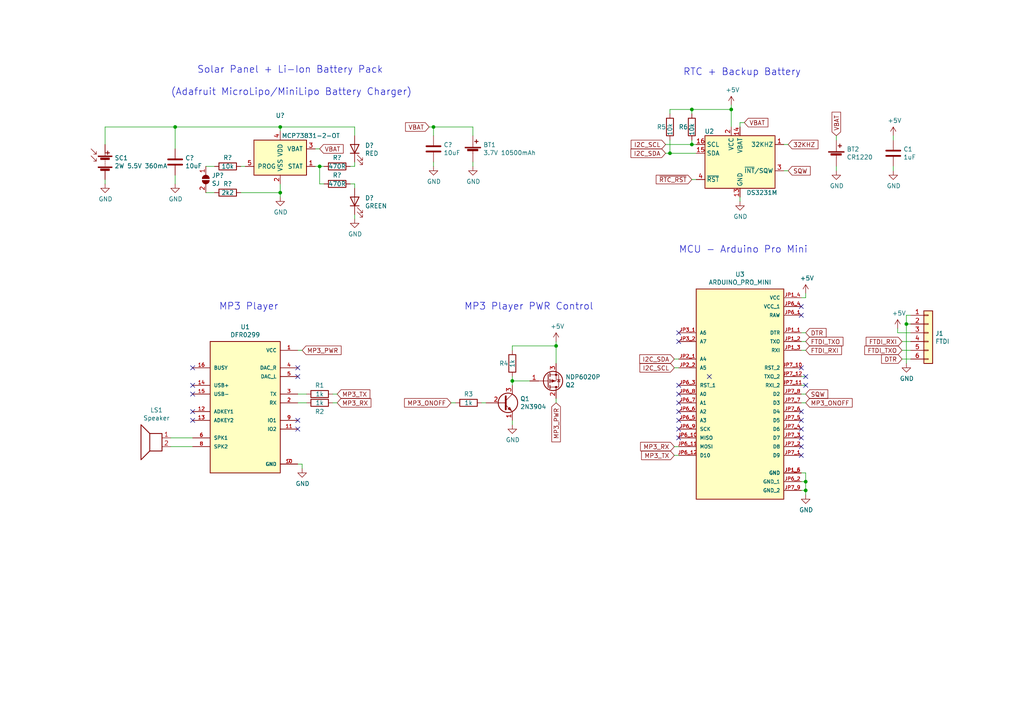
<source format=kicad_sch>
(kicad_sch (version 20211123) (generator eeschema)
  (paper "A4")
  (title_block (title "Swift Caller") (date "2021-02-21") (rev "0.01") (company "RSPB") (comment 1 "Designer: Will Frank"))
  (lib_symbols
    (symbol "ARDUINO_PRO_MINI:ARDUINO_PRO_MINI" (pin_names (offset 1.016))
      (property "Reference" "U" (at -12.7 31.75 0))
      (property "Value" "ARDUINO_PRO_MINI" (at -12.7 -33.02 0))
      (symbol "ARDUINO_PRO_MINI_0_0"
        (rectangle (start -12.7 -30.48) (end 12.7 30.48) (stroke (width 0.254)) (fill (type background)))
        (pin input line (at 17.78 17.78 180) (length 5.08) (name "DTR") (number "JP1_1"))
        (pin bidirectional line (at 17.78 15.24 180) (length 5.08) (name "TXO") (number "JP1_2"))
        (pin bidirectional line (at 17.78 12.7 180) (length 5.08) (name "RXI") (number "JP1_3"))
        (pin power_in line (at 17.78 27.94 180) (length 5.08) (name "VCC") (number "JP1_4"))
        (pin power_in line (at 17.78 -22.86 180) (length 5.08) (name "GND") (number "JP1_5"))
        (pin power_in line (at 17.78 -22.86 180) (length 5.08) (name "GND") (number "JP1_6"))
        (pin bidirectional line (at -17.78 10.16 0) (length 5.08) (name "A4") (number "JP2_1"))
        (pin bidirectional line (at -17.78 7.62 0) (length 5.08) (name "A5") (number "JP2_2"))
        (pin input line (at -17.78 17.78 0) (length 5.08) (name "A6") (number "JP3_1"))
        (pin input line (at -17.78 15.24 0) (length 5.08) (name "A7") (number "JP3_2"))
        (pin power_in line (at 17.78 22.86 180) (length 5.08) (name "RAW") (number "JP6_1"))
        (pin bidirectional line (at -17.78 -12.7 0) (length 5.08) (name "MISO") (number "JP6_10"))
        (pin bidirectional line (at -17.78 -15.24 0) (length 5.08) (name "MOSI") (number "JP6_11"))
        (pin bidirectional line (at -17.78 -17.78 0) (length 5.08) (name "D10") (number "JP6_12"))
        (pin power_in line (at 17.78 -25.4 180) (length 5.08) (name "GND_1") (number "JP6_2"))
        (pin input line (at -17.78 2.54 0) (length 5.08) (name "RST_1") (number "JP6_3"))
        (pin power_in line (at 17.78 25.4 180) (length 5.08) (name "VCC_1") (number "JP6_4"))
        (pin bidirectional line (at -17.78 -7.62 0) (length 5.08) (name "A3") (number "JP6_5"))
        (pin bidirectional line (at -17.78 -5.08 0) (length 5.08) (name "A2") (number "JP6_6"))
        (pin bidirectional line (at -17.78 -2.54 0) (length 5.08) (name "A1") (number "JP6_7"))
        (pin bidirectional line (at -17.78 0 0) (length 5.08) (name "A0") (number "JP6_8"))
        (pin bidirectional line (at -17.78 -10.16 0) (length 5.08) (name "SCK") (number "JP6_9"))
        (pin bidirectional line (at 17.78 -17.78 180) (length 5.08) (name "D9") (number "JP7_1"))
        (pin input line (at 17.78 7.62 180) (length 5.08) (name "RST_2") (number "JP7_10"))
        (pin bidirectional line (at 17.78 2.54 180) (length 5.08) (name "RXI_2") (number "JP7_11"))
        (pin bidirectional line (at 17.78 5.08 180) (length 5.08) (name "TXO_2") (number "JP7_12"))
        (pin bidirectional line (at 17.78 -15.24 180) (length 5.08) (name "D8") (number "JP7_2"))
        (pin bidirectional line (at 17.78 -12.7 180) (length 5.08) (name "D7") (number "JP7_3"))
        (pin bidirectional line (at 17.78 -10.16 180) (length 5.08) (name "D6") (number "JP7_4"))
        (pin bidirectional line (at 17.78 -7.62 180) (length 5.08) (name "D5") (number "JP7_5"))
        (pin bidirectional line (at 17.78 -5.08 180) (length 5.08) (name "D4") (number "JP7_6"))
        (pin bidirectional line (at 17.78 -2.54 180) (length 5.08) (name "D3") (number "JP7_7"))
        (pin bidirectional line (at 17.78 0 180) (length 5.08) (name "D2") (number "JP7_8"))
        (pin power_in line (at 17.78 -27.94 180) (length 5.08) (name "GND_2") (number "JP7_9"))
      )
    )
    (symbol "Battery_Management:MCP73831-2-OT" (pin_names (offset 1.016))
      (property "Reference" "U" (at -7.62 6.35 0))
      (property "Value" "MCP73831-2-OT" (at 1.27 6.35 0))
      (symbol "MCP73831-2-OT_0_1"
        (rectangle (start -7.62 5.08) (end 7.62 -5.08) (stroke (width 0.254)) (fill (type background)))
      )
      (symbol "MCP73831-2-OT_1_1"
        (pin output line (at 10.16 -2.54 180) (length 2.54) (name "STAT") (number "1"))
        (pin power_in line (at 0 -7.62 90) (length 2.54) (name "VSS") (number "2"))
        (pin power_out line (at 10.16 2.54 180) (length 2.54) (name "VBAT") (number "3"))
        (pin power_in line (at 0 7.62 270) (length 2.54) (name "VDD") (number "4"))
        (pin input line (at -10.16 -2.54 0) (length 2.54) (name "PROG") (number "5"))
      )
    )
    (symbol "Connector_Generic:Conn_01x06" (pin_names (offset 1.016) hide)
      (property "Reference" "J" (at 0 7.62 0))
      (property "Value" "Conn_01x06" (at 0 -10.16 0))
      (symbol "Conn_01x06_1_1"
        (rectangle (start -1.27 -7.493) (end 0 -7.747) (stroke (width 0.1524)))
        (rectangle (start -1.27 -4.953) (end 0 -5.207) (stroke (width 0.1524)))
        (rectangle (start -1.27 -2.413) (end 0 -2.667) (stroke (width 0.1524)))
        (rectangle (start -1.27 0.127) (end 0 -0.127) (stroke (width 0.1524)))
        (rectangle (start -1.27 2.667) (end 0 2.413) (stroke (width 0.1524)))
        (rectangle (start -1.27 5.207) (end 0 4.953) (stroke (width 0.1524)))
        (rectangle (start -1.27 6.35) (end 1.27 -8.89) (stroke (width 0.254)) (fill (type background)))
        (pin passive line (at -5.08 5.08 0) (length 3.81) (name "Pin_1") (number "1"))
        (pin passive line (at -5.08 2.54 0) (length 3.81) (name "Pin_2") (number "2"))
        (pin passive line (at -5.08 0 0) (length 3.81) (name "Pin_3") (number "3"))
        (pin passive line (at -5.08 -2.54 0) (length 3.81) (name "Pin_4") (number "4"))
        (pin passive line (at -5.08 -5.08 0) (length 3.81) (name "Pin_5") (number "5"))
        (pin passive line (at -5.08 -7.62 0) (length 3.81) (name "Pin_6") (number "6"))
      )
    )
    (symbol "DFR0299:DFR0299" (pin_names (offset 1.016))
      (property "Reference" "U" (at -10.16 18.542 0))
      (property "Value" "DFR0299" (at -10.16 -22.86 0))
      (symbol "DFR0299_0_0"
        (rectangle (start -10.16 -20.32) (end 10.16 17.78) (stroke (width 0.254)) (fill (type background)))
        (pin power_in line (at 15.24 15.24 180) (length 5.08) (name "VCC") (number "1"))
        (pin power_in line (at 15.24 -17.78 180) (length 5.08) (name "GND") (number "10"))
        (pin bidirectional line (at 15.24 -7.62 180) (length 5.08) (name "IO2") (number "11"))
        (pin input line (at -15.24 -2.54 0) (length 5.08) (name "ADKEY1") (number "12"))
        (pin input line (at -15.24 -5.08 0) (length 5.08) (name "ADKEY2") (number "13"))
        (pin input line (at -15.24 5.08 0) (length 5.08) (name "USB+") (number "14"))
        (pin input line (at -15.24 2.54 0) (length 5.08) (name "USB-") (number "15"))
        (pin input line (at -15.24 10.16 0) (length 5.08) (name "BUSY") (number "16"))
        (pin input line (at 15.24 0 180) (length 5.08) (name "RX") (number "2"))
        (pin output line (at 15.24 2.54 180) (length 5.08) (name "TX") (number "3"))
        (pin output line (at 15.24 10.16 180) (length 5.08) (name "DAC_R") (number "4"))
        (pin output line (at 15.24 7.62 180) (length 5.08) (name "DAC_L") (number "5"))
        (pin passive line (at -15.24 -10.16 0) (length 5.08) (name "SPK1") (number "6"))
        (pin power_in line (at 15.24 -17.78 180) (length 5.08) (name "GND") (number "7"))
        (pin passive line (at -15.24 -12.7 0) (length 5.08) (name "SPK2") (number "8"))
        (pin bidirectional line (at 15.24 -5.08 180) (length 5.08) (name "IO1") (number "9"))
      )
    )
    (symbol "Device:Battery_Cell" (pin_numbers hide) (pin_names (offset 0) hide)
      (property "Reference" "BT" (at 2.54 2.54 0))
      (property "Value" "Battery_Cell" (at 2.54 0 0))
      (symbol "Battery_Cell_0_1"
        (rectangle (start -2.286 1.778) (end 2.286 1.524) (fill (type outline)))
        (rectangle (start -1.5748 1.1938) (end 1.4732 0.6858) (fill (type outline)))
        (polyline (pts (xy 0 0.762) (xy 0 0)))
        (polyline (pts (xy 0 1.778) (xy 0 2.54)))
        (polyline (pts (xy 0.508 3.429) (xy 1.524 3.429)) (stroke (width 0.254)))
        (polyline (pts (xy 1.016 3.937) (xy 1.016 2.921)) (stroke (width 0.254)))
      )
      (symbol "Battery_Cell_1_1"
        (pin passive line (at 0 5.08 270) (length 2.54) (name "+") (number "1"))
        (pin passive line (at 0 -2.54 90) (length 2.54) (name "-") (number "2"))
      )
    )
    (symbol "Device:C" (pin_numbers hide) (pin_names (offset 0.254))
      (property "Reference" "C" (at 0.635 2.54 0))
      (property "Value" "C" (at 0.635 -2.54 0))
      (symbol "C_0_1"
        (polyline (pts (xy -2.032 -0.762) (xy 2.032 -0.762)) (stroke (width 0.508)))
        (polyline (pts (xy -2.032 0.762) (xy 2.032 0.762)) (stroke (width 0.508)))
      )
      (symbol "C_1_1"
        (pin passive line (at 0 3.81 270) (length 2.794) (name "~") (number "1"))
        (pin passive line (at 0 -3.81 90) (length 2.794) (name "~") (number "2"))
      )
    )
    (symbol "Device:LED" (pin_numbers hide) (pin_names (offset 1.016) hide)
      (property "Reference" "D" (at 0 2.54 0))
      (property "Value" "LED" (at 0 -2.54 0))
      (symbol "LED_0_1"
        (polyline (pts (xy -1.27 -1.27) (xy -1.27 1.27)) (stroke (width 0.254)))
        (polyline (pts (xy -1.27 0) (xy 1.27 0)))
        (polyline (pts (xy 1.27 -1.27) (xy 1.27 1.27) (xy -1.27 0) (xy 1.27 -1.27)) (stroke (width 0.254)))
        (polyline (pts (xy -3.048 -0.762) (xy -4.572 -2.286) (xy -3.81 -2.286) (xy -4.572 -2.286) (xy -4.572 -1.524)))
        (polyline (pts (xy -1.778 -0.762) (xy -3.302 -2.286) (xy -2.54 -2.286) (xy -3.302 -2.286) (xy -3.302 -1.524)))
      )
      (symbol "LED_1_1"
        (pin passive line (at -3.81 0 0) (length 2.54) (name "K") (number "1"))
        (pin passive line (at 3.81 0 180) (length 2.54) (name "A") (number "2"))
      )
    )
    (symbol "Device:Q_PMOS_GDS" (pin_names (offset 0) hide)
      (property "Reference" "Q" (at 5.08 1.27 0))
      (property "Value" "Q_PMOS_GDS" (at 5.08 -1.27 0))
      (symbol "Q_PMOS_GDS_0_1"
        (polyline (pts (xy 0.254 0) (xy -2.54 0)))
        (polyline (pts (xy 0.254 1.905) (xy 0.254 -1.905)) (stroke (width 0.254)))
        (polyline (pts (xy 0.762 -1.27) (xy 0.762 -2.286)) (stroke (width 0.254)))
        (polyline (pts (xy 0.762 0.508) (xy 0.762 -0.508)) (stroke (width 0.254)))
        (polyline (pts (xy 0.762 2.286) (xy 0.762 1.27)) (stroke (width 0.254)))
        (polyline (pts (xy 2.54 2.54) (xy 2.54 1.778)))
        (polyline (pts (xy 2.54 -2.54) (xy 2.54 0) (xy 0.762 0)))
        (polyline (pts (xy 0.762 1.778) (xy 3.302 1.778) (xy 3.302 -1.778) (xy 0.762 -1.778)))
        (polyline (pts (xy 2.286 0) (xy 1.27 0.381) (xy 1.27 -0.381) (xy 2.286 0)) (fill (type outline)))
        (polyline (pts (xy 2.794 -0.508) (xy 2.921 -0.381) (xy 3.683 -0.381) (xy 3.81 -0.254)))
        (polyline (pts (xy 3.302 -0.381) (xy 2.921 0.254) (xy 3.683 0.254) (xy 3.302 -0.381)))
        (circle (center 1.651 0) (radius 2.794) (stroke (width 0.254)))
        (circle (center 2.54 -1.778) (radius 0.254) (fill (type outline)))
        (circle (center 2.54 1.778) (radius 0.254) (fill (type outline)))
      )
      (symbol "Q_PMOS_GDS_1_1"
        (pin input line (at -5.08 0 0) (length 2.54) (name "G") (number "1"))
        (pin passive line (at 2.54 5.08 270) (length 2.54) (name "D") (number "2"))
        (pin passive line (at 2.54 -5.08 90) (length 2.54) (name "S") (number "3"))
      )
    )
    (symbol "Device:R" (pin_numbers hide) (pin_names (offset 0))
      (property "Reference" "R" (at 2.032 0 90))
      (property "Value" "R" (at 0 0 90))
      (symbol "R_0_1"
        (rectangle (start -1.016 -2.54) (end 1.016 2.54) (stroke (width 0.254)))
      )
      (symbol "R_1_1"
        (pin passive line (at 0 3.81 270) (length 1.27) (name "~") (number "1"))
        (pin passive line (at 0 -3.81 90) (length 1.27) (name "~") (number "2"))
      )
    )
    (symbol "Device:Solar_Cells" (pin_numbers hide) (pin_names (offset 0) hide)
      (property "Reference" "SC" (at 2.54 2.54 0))
      (property "Value" "Solar_Cells" (at 2.54 0 0))
      (symbol "Solar_Cells_0_1"
        (rectangle (start -2.032 -1.397) (end 2.032 -1.651) (fill (type outline)))
        (rectangle (start -2.032 1.778) (end 2.032 1.524) (fill (type outline)))
        (rectangle (start -1.3208 -1.9812) (end 1.27 -2.4892) (fill (type outline)))
        (rectangle (start -1.3208 1.1938) (end 1.27 0.6858) (fill (type outline)))
        (polyline (pts (xy -2.54 0.254) (xy -4.064 1.778)))
        (polyline (pts (xy -2.54 2.286) (xy -4.064 3.81)))
        (polyline (pts (xy 0 -1.524) (xy 0 -1.27)))
        (polyline (pts (xy 0 -1.016) (xy 0 -0.762)))
        (polyline (pts (xy 0 -0.508) (xy 0 -0.254)))
        (polyline (pts (xy 0 0) (xy 0 0.254)))
        (polyline (pts (xy 0 0.508) (xy 0 0.762)))
        (polyline (pts (xy 0 1.778) (xy 0 2.54)))
        (polyline (pts (xy 0.254 2.667) (xy 1.27 2.667)) (stroke (width 0.254)))
        (polyline (pts (xy 0.762 3.175) (xy 0.762 2.159)) (stroke (width 0.254)))
        (polyline (pts (xy -2.54 1.016) (xy -2.54 0.254) (xy -3.302 0.254)))
        (polyline (pts (xy -2.54 3.048) (xy -2.54 2.286) (xy -3.302 2.286)))
      )
      (symbol "Solar_Cells_1_1"
        (pin passive line (at 0 5.08 270) (length 2.54) (name "+") (number "1"))
        (pin passive line (at 0 -5.08 90) (length 2.54) (name "-") (number "2"))
      )
    )
    (symbol "Device:Speaker" (pin_names (offset 0) hide)
      (property "Reference" "LS" (at 1.27 5.715 0))
      (property "Value" "Speaker" (at 1.27 3.81 0))
      (symbol "Speaker_0_0"
        (rectangle (start -2.54 1.27) (end 1.016 -3.81) (stroke (width 0.254)))
        (polyline (pts (xy 1.016 1.27) (xy 3.556 3.81) (xy 3.556 -6.35) (xy 1.016 -3.81)) (stroke (width 0.254)))
      )
      (symbol "Speaker_1_1"
        (pin input line (at -5.08 0 0) (length 2.54) (name "1") (number "1"))
        (pin input line (at -5.08 -2.54 0) (length 2.54) (name "2") (number "2"))
      )
    )
    (symbol "Jumper:SolderJumper_2_Open" (pin_names (offset 0) hide)
      (property "Reference" "JP" (at 0 2.032 0))
      (property "Value" "SolderJumper_2_Open" (at 0 -2.54 0))
      (symbol "SolderJumper_2_Open_0_1"
        (arc (start -0.254 1.016) (mid -1.27 0) (end -0.254 -1.016))
        (arc (start -0.254 1.016) (mid -1.27 0) (end -0.254 -1.016) (fill (type outline)))
        (polyline (pts (xy -0.254 1.016) (xy -0.254 -1.016)))
        (polyline (pts (xy 0.254 1.016) (xy 0.254 -1.016)))
        (arc (start 0.254 -1.016) (mid 1.27 0) (end 0.254 1.016))
        (arc (start 0.254 -1.016) (mid 1.27 0) (end 0.254 1.016) (fill (type outline)))
      )
      (symbol "SolderJumper_2_Open_1_1"
        (pin passive line (at -3.81 0 0) (length 2.54) (name "A") (number "1"))
        (pin passive line (at 3.81 0 180) (length 2.54) (name "B") (number "2"))
      )
    )
    (symbol "Timer_RTC:DS3231M"
      (property "Reference" "U" (at -7.62 8.89 0))
      (property "Value" "DS3231M" (at 10.16 8.89 0))
      (symbol "DS3231M_0_1"
        (rectangle (start -10.16 7.62) (end 10.16 -7.62) (stroke (width 0.254)) (fill (type background)))
      )
      (symbol "DS3231M_1_1"
        (pin open_collector line (at 12.7 5.08 180) (length 2.54) (name "32KHZ") (number "1"))
        (pin passive line (at 0 -10.16 90) (length 2.54) hide (name "GND") (number "10"))
        (pin passive line (at 0 -10.16 90) (length 2.54) hide (name "GND") (number "11"))
        (pin passive line (at 0 -10.16 90) (length 2.54) hide (name "GND") (number "12"))
        (pin power_in line (at 0 -10.16 90) (length 2.54) (name "GND") (number "13"))
        (pin power_in line (at 0 10.16 270) (length 2.54) (name "VBAT") (number "14"))
        (pin bidirectional line (at -12.7 2.54 0) (length 2.54) (name "SDA") (number "15"))
        (pin input line (at -12.7 5.08 0) (length 2.54) (name "SCL") (number "16"))
        (pin power_in line (at -2.54 10.16 270) (length 2.54) (name "VCC") (number "2"))
        (pin open_collector line (at 12.7 -2.54 180) (length 2.54) (name "~{INT}/SQW") (number "3"))
        (pin bidirectional line (at -12.7 -5.08 0) (length 2.54) (name "~{RST}") (number "4"))
        (pin passive line (at 0 -10.16 90) (length 2.54) hide (name "GND") (number "5"))
        (pin passive line (at 0 -10.16 90) (length 2.54) hide (name "GND") (number "6"))
        (pin passive line (at 0 -10.16 90) (length 2.54) hide (name "GND") (number "7"))
        (pin passive line (at 0 -10.16 90) (length 2.54) hide (name "GND") (number "8"))
        (pin passive line (at 0 -10.16 90) (length 2.54) hide (name "GND") (number "9"))
      )
    )
    (symbol "Transistor_BJT:2N3904" (pin_names (offset 0) hide)
      (property "Reference" "Q" (at 5.08 1.905 0))
      (property "Value" "2N3904" (at 5.08 0 0))
      (symbol "2N3904_0_1"
        (polyline (pts (xy 0.635 0.635) (xy 2.54 2.54)))
        (polyline (pts (xy 0.635 -0.635) (xy 2.54 -2.54) (xy 2.54 -2.54)))
        (polyline (pts (xy 0.635 1.905) (xy 0.635 -1.905) (xy 0.635 -1.905)) (stroke (width 0.508)))
        (polyline (pts (xy 1.27 -1.778) (xy 1.778 -1.27) (xy 2.286 -2.286) (xy 1.27 -1.778) (xy 1.27 -1.778)) (fill (type outline)))
        (circle (center 1.27 0) (radius 2.8194) (stroke (width 0.254)))
      )
      (symbol "2N3904_1_1"
        (pin passive line (at 2.54 -5.08 90) (length 2.54) (name "E") (number "1"))
        (pin passive line (at -5.08 0 0) (length 5.715) (name "B") (number "2"))
        (pin passive line (at 2.54 5.08 270) (length 2.54) (name "C") (number "3"))
      )
    )
    (symbol "power:+5V" (power) (pin_names (offset 0))
      (property "Value" "+5V" (at 0 3.556 0))
      (symbol "+5V_0_1"
        (polyline (pts (xy -0.762 1.27) (xy 0 2.54)))
        (polyline (pts (xy 0 0) (xy 0 2.54)))
        (polyline (pts (xy 0 2.54) (xy 0.762 1.27)))
      )
      (symbol "+5V_1_1"
        (pin power_in line (at 0 0 90) (length 0) hide (name "+5V") (number "1"))
      )
    )
    (symbol "power:GND" (power) (pin_names (offset 0))
      (property "Value" "GND" (at 0 -3.81 0))
      (symbol "GND_0_1"
        (polyline (pts (xy 0 0) (xy 0 -1.27) (xy 1.27 -1.27) (xy 0 -2.54) (xy -1.27 -1.27) (xy 0 -1.27)))
      )
      (symbol "GND_1_1"
        (pin power_in line (at 0 0 270) (length 0) hide (name "GND") (number "1"))
      )
    )
  )
  (junction (at 161.29 100.33))
  (junction (at 81.28 36.83))
  (junction (at 194.31 44.45))
  (junction (at 233.68 139.7))
  (junction (at 233.68 142.24))
  (junction (at 200.66 31.75))
  (junction (at 262.89 93.98))
  (junction (at 212.09 31.75))
  (junction (at 81.28 55.88))
  (junction (at 125.73 36.83))
  (junction (at 200.66 41.91))
  (junction (at 92.71 48.26))
  (junction (at 50.8 36.83))
  (junction (at 148.59 110.49))
  (no_connect (at 196.85 111.76))
  (no_connect (at 196.85 114.3))
  (no_connect (at 232.41 91.44))
  (no_connect (at 232.41 127))
  (no_connect (at 196.85 119.38))
  (no_connect (at 86.36 106.68))
  (no_connect (at 196.85 99.06))
  (no_connect (at 233.68 109.22))
  (no_connect (at 232.41 88.9))
  (no_connect (at 55.88 106.68))
  (no_connect (at 232.41 129.54))
  (no_connect (at 55.88 119.38))
  (no_connect (at 232.41 119.38))
  (no_connect (at 55.88 114.3))
  (no_connect (at 233.68 111.76))
  (no_connect (at 55.88 111.76))
  (no_connect (at 196.85 96.52))
  (no_connect (at 232.41 132.08))
  (no_connect (at 86.36 109.22))
  (no_connect (at 232.41 124.46))
  (no_connect (at 86.36 124.46))
  (no_connect (at 232.41 121.92))
  (no_connect (at 196.85 121.92))
  (no_connect (at 86.36 121.92))
  (no_connect (at 205.74 109.22))
  (no_connect (at 55.88 121.92))
  (no_connect (at 196.85 127))
  (no_connect (at 196.85 124.46))
  (no_connect (at 232.41 106.68))
  (no_connect (at 196.85 116.84))
  (wire (pts (xy 200.66 40.64) (xy 200.66 41.91)))
  (wire (pts (xy 81.28 53.34) (xy 81.28 55.88)))
  (wire (pts (xy 86.36 114.3) (xy 88.9 114.3)))
  (wire (pts (xy 92.71 53.34) (xy 92.71 48.26)))
  (wire (pts (xy 50.8 43.18) (xy 50.8 36.83)))
  (wire (pts (xy 232.41 101.6) (xy 233.68 101.6)))
  (wire (pts (xy 232.41 86.36) (xy 233.68 86.36)))
  (wire (pts (xy 194.31 40.64) (xy 194.31 44.45)))
  (wire (pts (xy 50.8 53.34) (xy 50.8 50.8)))
  (wire (pts (xy 102.87 53.34) (xy 102.87 54.61)))
  (wire (pts (xy 125.73 48.26) (xy 125.73 46.99)))
  (wire (pts (xy 59.69 48.26) (xy 62.23 48.26)))
  (wire (pts (xy 101.6 48.26) (xy 102.87 48.26)))
  (wire (pts (xy 233.68 142.24) (xy 233.68 139.7)))
  (wire (pts (xy 214.63 58.42) (xy 214.63 57.15)))
  (wire (pts (xy 87.63 134.62) (xy 86.36 134.62)))
  (wire (pts (xy 227.33 49.53) (xy 228.6 49.53)))
  (wire (pts (xy 195.58 132.08) (xy 196.85 132.08)))
  (wire (pts (xy 161.29 116.84) (xy 161.29 115.57)))
  (wire (pts (xy 139.7 116.84) (xy 140.97 116.84)))
  (wire (pts (xy 212.09 31.75) (xy 212.09 30.48)))
  (wire (pts (xy 227.33 41.91) (xy 228.6 41.91)))
  (wire (pts (xy 49.53 127) (xy 55.88 127)))
  (wire (pts (xy 161.29 99.06) (xy 161.29 100.33)))
  (wire (pts (xy 264.16 96.52) (xy 260.35 96.52)))
  (wire (pts (xy 93.98 53.34) (xy 92.71 53.34)))
  (wire (pts (xy 259.08 40.64) (xy 259.08 39.37)))
  (wire (pts (xy 195.58 104.14) (xy 196.85 104.14)))
  (wire (pts (xy 261.62 99.06) (xy 264.16 99.06)))
  (wire (pts (xy 214.63 35.56) (xy 214.63 36.83)))
  (wire (pts (xy 102.87 48.26) (xy 102.87 46.99)))
  (wire (pts (xy 81.28 57.15) (xy 81.28 55.88)))
  (wire (pts (xy 232.41 111.76) (xy 233.68 111.76)))
  (wire (pts (xy 69.85 48.26) (xy 71.12 48.26)))
  (wire (pts (xy 125.73 39.37) (xy 125.73 36.83)))
  (wire (pts (xy 233.68 142.24) (xy 232.41 142.24)))
  (wire (pts (xy 148.59 100.33) (xy 161.29 100.33)))
  (wire (pts (xy 148.59 110.49) (xy 153.67 110.49)))
  (wire (pts (xy 262.89 105.41) (xy 262.89 93.98)))
  (wire (pts (xy 86.36 101.6) (xy 87.63 101.6)))
  (wire (pts (xy 233.68 143.51) (xy 233.68 142.24)))
  (wire (pts (xy 233.68 86.36) (xy 233.68 85.09)))
  (wire (pts (xy 242.57 40.64) (xy 242.57 39.37)))
  (wire (pts (xy 200.66 33.02) (xy 200.66 31.75)))
  (wire (pts (xy 196.85 106.68) (xy 195.58 106.68)))
  (wire (pts (xy 212.09 31.75) (xy 212.09 36.83)))
  (wire (pts (xy 50.8 36.83) (xy 81.28 36.83)))
  (wire (pts (xy 215.9 35.56) (xy 214.63 35.56)))
  (wire (pts (xy 86.36 116.84) (xy 88.9 116.84)))
  (wire (pts (xy 96.52 114.3) (xy 97.79 114.3)))
  (wire (pts (xy 193.04 41.91) (xy 200.66 41.91)))
  (wire (pts (xy 137.16 36.83) (xy 137.16 39.37)))
  (wire (pts (xy 81.28 38.1) (xy 81.28 36.83)))
  (wire (pts (xy 30.48 36.83) (xy 50.8 36.83)))
  (wire (pts (xy 137.16 48.26) (xy 137.16 46.99)))
  (wire (pts (xy 261.62 101.6) (xy 264.16 101.6)))
  (wire (pts (xy 261.62 104.14) (xy 264.16 104.14)))
  (wire (pts (xy 233.68 139.7) (xy 233.68 137.16)))
  (wire (pts (xy 62.23 55.88) (xy 59.69 55.88)))
  (wire (pts (xy 194.31 31.75) (xy 200.66 31.75)))
  (wire (pts (xy 92.71 43.18) (xy 91.44 43.18)))
  (wire (pts (xy 30.48 41.91) (xy 30.48 36.83)))
  (wire (pts (xy 233.68 96.52) (xy 232.41 96.52)))
  (wire (pts (xy 260.35 96.52) (xy 260.35 95.25)))
  (wire (pts (xy 233.68 116.84) (xy 232.41 116.84)))
  (wire (pts (xy 30.48 53.34) (xy 30.48 52.07)))
  (wire (pts (xy 259.08 49.53) (xy 259.08 48.26)))
  (wire (pts (xy 232.41 114.3) (xy 233.68 114.3)))
  (wire (pts (xy 264.16 93.98) (xy 262.89 93.98)))
  (wire (pts (xy 96.52 116.84) (xy 97.79 116.84)))
  (wire (pts (xy 87.63 135.89) (xy 87.63 134.62)))
  (wire (pts (xy 200.66 41.91) (xy 201.93 41.91)))
  (wire (pts (xy 148.59 101.6) (xy 148.59 100.33)))
  (wire (pts (xy 193.04 44.45) (xy 194.31 44.45)))
  (wire (pts (xy 262.89 93.98) (xy 262.89 91.44)))
  (wire (pts (xy 200.66 52.07) (xy 201.93 52.07)))
  (wire (pts (xy 49.53 129.54) (xy 55.88 129.54)))
  (wire (pts (xy 232.41 109.22) (xy 233.68 109.22)))
  (wire (pts (xy 125.73 36.83) (xy 137.16 36.83)))
  (wire (pts (xy 102.87 39.37) (xy 102.87 36.83)))
  (wire (pts (xy 69.85 55.88) (xy 81.28 55.88)))
  (wire (pts (xy 200.66 31.75) (xy 212.09 31.75)))
  (wire (pts (xy 262.89 91.44) (xy 264.16 91.44)))
  (wire (pts (xy 81.28 36.83) (xy 102.87 36.83)))
  (wire (pts (xy 124.46 36.83) (xy 125.73 36.83)))
  (wire (pts (xy 233.68 137.16) (xy 232.41 137.16)))
  (wire (pts (xy 148.59 123.19) (xy 148.59 121.92)))
  (wire (pts (xy 232.41 139.7) (xy 233.68 139.7)))
  (wire (pts (xy 195.58 129.54) (xy 196.85 129.54)))
  (wire (pts (xy 148.59 111.76) (xy 148.59 110.49)))
  (wire (pts (xy 201.93 44.45) (xy 194.31 44.45)))
  (wire (pts (xy 130.81 116.84) (xy 132.08 116.84)))
  (wire (pts (xy 91.44 48.26) (xy 92.71 48.26)))
  (wire (pts (xy 92.71 48.26) (xy 93.98 48.26)))
  (wire (pts (xy 242.57 49.53) (xy 242.57 48.26)))
  (wire (pts (xy 161.29 100.33) (xy 161.29 105.41)))
  (wire (pts (xy 102.87 63.5) (xy 102.87 62.23)))
  (wire (pts (xy 232.41 99.06) (xy 233.68 99.06)))
  (wire (pts (xy 194.31 33.02) (xy 194.31 31.75)))
  (wire (pts (xy 148.59 110.49) (xy 148.59 109.22)))
  (wire (pts (xy 101.6 53.34) (xy 102.87 53.34)))
  (text "MCU - Arduino Pro Mini\n" (at 196.85 73.66 0) (effects (font (size 2.0066 2.0066)) (justify left bottom)))
  (text "RTC + Backup Battery\n\n" (at 198.12 25.4 0) (effects (font (size 2.0066 2.0066)) (justify left bottom)))
  (text "MP3 Player" (at 63.5 90.17 0) (effects (font (size 2.0066 2.0066)) (justify left bottom)))
  (text "MP3 Player PWR Control" (at 134.62 90.17 0) (effects (font (size 2.0066 2.0066)) (justify left bottom)))
  (text "(Adafruit MicroLipo/MiniLipo Battery Charger)" (at 49.53 27.94 0) (effects (font (size 2.0066 2.0066)) (justify left bottom)))
  (text "Solar Panel + Li-Ion Battery Pack\n\n\n" (at 57.15 27.94 0) (effects (font (size 2.0066 2.0066)) (justify left bottom)))
  (global_label "SQW" (shape input) (at 228.6 49.53 0) (property "Intersheet References" "${INTERSHEET_REFS}" (effects hide)))
  (global_label "MP3_TX" (shape input) (at 97.79 114.3 0) (property "Intersheet References" "${INTERSHEET_REFS}" (effects hide)))
  (global_label "SQW" (shape input) (at 233.68 114.3 0) (property "Intersheet References" "${INTERSHEET_REFS}" (effects hide)))
  (global_label "FTDI_RXI" (shape input) (at 261.62 99.06 180) (property "Intersheet References" "${INTERSHEET_REFS}" (effects hide)))
  (global_label "MP3_PWR" (shape input) (at 161.29 116.84 270) (property "Intersheet References" "${INTERSHEET_REFS}" (effects hide)))
  (global_label "VBAT" (shape input) (at 215.9 35.56 0) (property "Intersheet References" "${INTERSHEET_REFS}" (effects hide)))
  (global_label "DTR" (shape input) (at 261.62 104.14 180) (property "Intersheet References" "${INTERSHEET_REFS}" (effects hide)))
  (global_label "I2C_SDA" (shape input) (at 195.58 104.14 180) (property "Intersheet References" "${INTERSHEET_REFS}" (effects hide)))
  (global_label "MP3_RX" (shape input) (at 97.79 116.84 0) (property "Intersheet References" "${INTERSHEET_REFS}" (effects hide)))
  (global_label "DTR" (shape input) (at 233.68 96.52 0) (property "Intersheet References" "${INTERSHEET_REFS}" (effects hide)))
  (global_label "VBAT" (shape input) (at 124.46 36.83 180) (property "Intersheet References" "${INTERSHEET_REFS}" (effects hide)))
  (global_label "VBAT" (shape input) (at 92.71 43.18 0) (property "Intersheet References" "${INTERSHEET_REFS}" (effects hide)))
  (global_label "MP3_RX" (shape input) (at 195.58 129.54 180) (property "Intersheet References" "${INTERSHEET_REFS}" (effects hide)))
  (global_label "VBAT" (shape input) (at 242.57 39.37 90) (property "Intersheet References" "${INTERSHEET_REFS}" (effects hide)))
  (global_label "FTDI_RXI" (shape input) (at 233.68 101.6 0) (property "Intersheet References" "${INTERSHEET_REFS}" (effects hide)))
  (global_label "MP3_TX" (shape input) (at 195.58 132.08 180) (property "Intersheet References" "${INTERSHEET_REFS}" (effects hide)))
  (global_label "32KHZ" (shape input) (at 228.6 41.91 0) (property "Intersheet References" "${INTERSHEET_REFS}" (effects hide)))
  (global_label "FTDI_TXO" (shape input) (at 233.68 99.06 0) (property "Intersheet References" "${INTERSHEET_REFS}" (effects hide)))
  (global_label "I2C_SCL" (shape input) (at 193.04 41.91 180) (property "Intersheet References" "${INTERSHEET_REFS}" (effects hide)))
  (global_label "FTDI_TXO" (shape input) (at 261.62 101.6 180) (property "Intersheet References" "${INTERSHEET_REFS}" (effects hide)))
  (global_label "MP3_PWR" (shape input) (at 87.63 101.6 0) (property "Intersheet References" "${INTERSHEET_REFS}" (effects hide)))
  (global_label "I2C_SCL" (shape input) (at 195.58 106.68 180) (property "Intersheet References" "${INTERSHEET_REFS}" (effects hide)))
  (global_label "~{RTC_RST}" (shape input) (at 200.66 52.07 180) (property "Intersheet References" "${INTERSHEET_REFS}" (effects hide)))
  (global_label "MP3_ONOFF" (shape input) (at 233.68 116.84 0) (property "Intersheet References" "${INTERSHEET_REFS}" (effects hide)))
  (global_label "I2C_SDA" (shape input) (at 193.04 44.45 180) (property "Intersheet References" "${INTERSHEET_REFS}" (effects hide)))
  (global_label "MP3_ONOFF" (shape input) (at 130.81 116.84 180) (property "Intersheet References" "${INTERSHEET_REFS}" (effects hide)))
  (symbol (lib_id "Device:Speaker") (at 44.45 127 0) (mirror y) (unit 1)
    (property "Reference" "LS1" (at 45.3898 118.9482 0))
    (property "Value" "Speaker" (at 45.3898 121.2596 0))
  )
  (symbol (lib_id "DFR0299:DFR0299") (at 71.12 116.84 0) (unit 1)
    (property "Reference" "U1" (at 71.12 94.8182 0))
    (property "Value" "DFR0299" (at 71.12 97.1296 0))
    (property "Footprint" "MODULE_DFR0299" (effects hide))
    (property "PRICE" "None" (effects hide))
    (property "MP" "DFR0299" (effects hide))
    (property "AVAILABILITY" "Unavailable" (effects hide))
    (property "DESCRIPTION" "Dfplayer - a Mini Mp3 Player" (effects hide))
    (property "PACKAGE" "None" (effects hide))
    (property "MF" "DFRobot" (effects hide))
  )
  (symbol (lib_id "ARDUINO_PRO_MINI:ARDUINO_PRO_MINI") (at 214.63 114.3 0) (unit 1)
    (property "Reference" "U3" (at 214.63 79.5782 0))
    (property "Value" "ARDUINO_PRO_MINI" (at 214.63 81.8896 0))
    (property "Footprint" "MODULE_ARDUINO_PRO_MINI" (effects hide))
    (property "MANUFACTURER" "SparkFun Electronics" (effects hide))
    (property "MAXIMUM_PACKAGE_HEIGHT" "N/A" (effects hide))
    (property "STANDARD" "Manufacturer Recommendations" (effects hide))
    (property "PARTREV" "N/A" (effects hide))
  )
  (symbol (lib_id "power:GND") (at 87.63 135.89 0) (unit 1)
    (property "Reference" "#PWR05" (effects hide))
    (property "Value" "GND" (at 87.757 140.2842 0))
  )
  (symbol (lib_id "Device:R") (at 92.71 114.3 270) (unit 1)
    (property "Reference" "R1" (at 92.71 111.76 90))
    (property "Value" "1k" (at 92.71 114.3 90))
  )
  (symbol (lib_id "Device:R") (at 92.71 116.84 270) (unit 1)
    (property "Reference" "R2" (at 92.71 119.38 90))
    (property "Value" "1k" (at 92.71 116.84 90))
  )
  (symbol (lib_id "Device:Solar_Cells") (at 30.48 46.99 0) (unit 1)
    (property "Reference" "SC1" (at 33.2232 45.8216 0) (effects (justify left)))
    (property "Value" "2W 5.5V 360mA" (at 33.2232 48.133 0) (effects (justify left)))
  )
  (symbol (lib_id "Device:Battery_Cell") (at 137.16 44.45 0) (unit 1)
    (property "Reference" "BT1" (at 140.1572 42.0116 0) (effects (justify left)))
    (property "Value" "3.7V 10500mAh" (at 140.1572 44.323 0) (effects (justify left)))
  )
  (symbol (lib_id "power:+5V") (at 233.68 85.09 0) (unit 1)
    (property "Reference" "#PWR010" (effects hide))
    (property "Value" "+5V" (at 234.061 80.6958 0))
  )
  (symbol (lib_id "power:GND") (at 233.68 143.51 0) (unit 1)
    (property "Reference" "#PWR011" (effects hide))
    (property "Value" "GND" (at 233.807 147.9042 0))
  )
  (symbol (lib_id "Timer_RTC:DS3231M") (at 214.63 46.99 0) (unit 1)
    (property "Reference" "U2" (at 205.74 38.1 0))
    (property "Value" "DS3231M" (at 220.98 55.88 0))
    (property "Footprint" "Package_SO:SOIC-16W_7.5x10.3mm_P1.27mm" (effects hide))
    (property "Datasheet" "http://datasheets.maximintegrated.com/en/ds/DS3231.pdf" (effects hide))
  )
  (symbol (lib_id "power:+5V") (at 212.09 30.48 0) (unit 1)
    (property "Reference" "#PWR08" (effects hide))
    (property "Value" "+5V" (at 212.471 26.0858 0))
  )
  (symbol (lib_id "Device:Battery_Cell") (at 242.57 45.72 0) (unit 1)
    (property "Reference" "BT2" (at 245.5672 43.2816 0) (effects (justify left)))
    (property "Value" "CR1220" (at 245.5672 45.593 0) (effects (justify left)))
  )
  (symbol (lib_id "power:GND") (at 242.57 49.53 0) (unit 1)
    (property "Reference" "#PWR012" (effects hide))
    (property "Value" "GND" (at 242.697 53.9242 0))
  )
  (symbol (lib_id "power:GND") (at 214.63 58.42 0) (unit 1)
    (property "Reference" "#PWR09" (effects hide))
    (property "Value" "GND" (at 214.757 62.8142 0))
  )
  (symbol (lib_id "Device:R") (at 200.66 36.83 0) (unit 1)
    (property "Reference" "R6" (at 196.85 36.83 0) (effects (justify left)))
    (property "Value" "10k" (at 200.66 39.37 90) (effects (justify left)))
  )
  (symbol (lib_id "Device:R") (at 194.31 36.83 0) (unit 1)
    (property "Reference" "R5" (at 190.5 36.83 0) (effects (justify left)))
    (property "Value" "10k" (at 194.31 39.37 90) (effects (justify left)))
  )
  (symbol (lib_id "Device:C") (at 259.08 44.45 0) (unit 1)
    (property "Reference" "C1" (at 262.001 43.2816 0) (effects (justify left)))
    (property "Value" "1uF" (at 262.001 45.593 0) (effects (justify left)))
  )
  (symbol (lib_id "power:GND") (at 259.08 49.53 0) (unit 1)
    (property "Reference" "#PWR014" (effects hide))
    (property "Value" "GND" (at 259.207 53.9242 0))
  )
  (symbol (lib_id "power:+5V") (at 259.08 39.37 0) (unit 1)
    (property "Reference" "#PWR013" (effects hide))
    (property "Value" "+5V" (at 259.461 34.9758 0))
  )
  (symbol (lib_id "power:GND") (at 30.48 53.34 0) (unit 1)
    (property "Reference" "#PWR02" (effects hide))
    (property "Value" "GND" (at 30.607 57.7342 0))
  )
  (symbol (lib_id "Device:Q_PMOS_GDS") (at 158.75 110.49 0) (mirror x) (unit 1)
    (property "Reference" "Q2" (at 163.9824 111.6584 0) (effects (justify left)))
    (property "Value" "NDP6020P" (at 163.9824 109.347 0) (effects (justify left)))
  )
  (symbol (lib_id "power:+5V") (at 161.29 99.06 0) (unit 1)
    (property "Reference" "#PWR07" (effects hide))
    (property "Value" "+5V" (at 161.671 94.6658 0))
  )
  (symbol (lib_id "Transistor_BJT:2N3904") (at 146.05 116.84 0) (unit 1)
    (property "Reference" "Q1" (at 150.876 115.6716 0) (effects (justify left)))
    (property "Value" "2N3904" (at 150.876 117.983 0) (effects (justify left)))
    (property "Footprint" "Package_TO_SOT_THT:TO-92_Inline" (effects hide))
    (property "Datasheet" "https://www.fairchildsemi.com/datasheets/2N/2N3904.pdf" (effects hide))
  )
  (symbol (lib_id "Device:R") (at 148.59 105.41 0) (unit 1)
    (property "Reference" "R4" (at 144.78 105.41 0) (effects (justify left)))
    (property "Value" "1k" (at 148.59 106.68 90) (effects (justify left)))
  )
  (symbol (lib_id "power:GND") (at 148.59 123.19 0) (unit 1)
    (property "Reference" "#PWR06" (effects hide))
    (property "Value" "GND" (at 148.717 127.5842 0))
  )
  (symbol (lib_id "Device:R") (at 135.89 116.84 270) (unit 1)
    (property "Reference" "R3" (at 135.89 114.3 90))
    (property "Value" "1k" (at 135.89 116.84 90))
  )
  (symbol (lib_id "Connector_Generic:Conn_01x06") (at 269.24 96.52 0) (unit 1)
    (property "Reference" "J1" (at 271.272 96.7232 0) (effects (justify left)))
    (property "Value" "FTDI" (at 271.272 99.0346 0) (effects (justify left)))
  )
  (symbol (lib_id "power:GND") (at 262.89 105.41 0) (unit 1)
    (property "Reference" "#PWR016" (effects hide))
    (property "Value" "GND" (at 263.017 109.8042 0))
  )
  (symbol (lib_id "power:+5V") (at 260.35 95.25 0) (unit 1)
    (property "Reference" "#PWR015" (effects hide))
    (property "Value" "+5V" (at 260.731 90.8558 0))
  )
  (symbol (lib_id "Battery_Management:MCP73831-2-OT") (at 81.28 45.72 0) (unit 1)
    (property "Reference" "U?" (at 81.28 33.5026 0))
    (property "Value" "MCP73831-2-OT" (at 90.17 39.37 0))
    (property "Footprint" "Package_TO_SOT_SMD:SOT-23-5" (effects hide))
    (property "Datasheet" "http://ww1.microchip.com/downloads/en/DeviceDoc/20001984g.pdf" (effects hide))
  )
  (symbol (lib_id "power:GND") (at 81.28 57.15 0) (unit 1)
    (property "Reference" "#PWR?" (effects hide))
    (property "Value" "GND" (at 81.407 61.5442 0))
  )
  (symbol (lib_id "power:GND") (at 137.16 48.26 0) (unit 1)
    (property "Reference" "#PWR?" (effects hide))
    (property "Value" "GND" (at 137.287 52.6542 0))
  )
  (symbol (lib_id "Device:C") (at 50.8 46.99 0) (unit 1)
    (property "Reference" "C?" (at 53.721 45.8216 0) (effects (justify left)))
    (property "Value" "10uF" (at 53.721 48.133 0) (effects (justify left)))
  )
  (symbol (lib_id "power:GND") (at 50.8 53.34 0) (unit 1)
    (property "Reference" "#PWR?" (effects hide))
    (property "Value" "GND" (at 50.927 57.7342 0))
  )
  (symbol (lib_id "Device:C") (at 125.73 43.18 0) (unit 1)
    (property "Reference" "C?" (at 128.651 42.0116 0) (effects (justify left)))
    (property "Value" "10uF" (at 128.651 44.323 0) (effects (justify left)))
  )
  (symbol (lib_id "power:GND") (at 125.73 48.26 0) (unit 1)
    (property "Reference" "#PWR?" (effects hide))
    (property "Value" "GND" (at 125.857 52.6542 0))
  )
  (symbol (lib_id "Device:LED") (at 102.87 43.18 90) (unit 1)
    (property "Reference" "D?" (at 105.8672 42.1894 90) (effects (justify right)))
    (property "Value" "RED" (at 105.8672 44.5008 90) (effects (justify right)))
  )
  (symbol (lib_id "Device:R") (at 97.79 48.26 90) (unit 1)
    (property "Reference" "R?" (at 97.79 45.72 90))
    (property "Value" "470R" (at 97.79 48.26 90))
  )
  (symbol (lib_id "Device:R") (at 97.79 53.34 90) (unit 1)
    (property "Reference" "R?" (at 97.79 50.8 90))
    (property "Value" "470R" (at 97.79 53.34 90))
  )
  (symbol (lib_id "Device:LED") (at 102.87 58.42 90) (unit 1)
    (property "Reference" "D?" (at 105.8672 57.4294 90) (effects (justify right)))
    (property "Value" "GREEN" (at 105.8672 59.7408 90) (effects (justify right)))
  )
  (symbol (lib_id "power:GND") (at 102.87 63.5 0) (unit 1)
    (property "Reference" "#PWR?" (effects hide))
    (property "Value" "GND" (at 102.997 67.8942 0))
  )
  (symbol (lib_id "Device:R") (at 66.04 48.26 90) (unit 1)
    (property "Reference" "R?" (at 66.04 45.72 90))
    (property "Value" "10k" (at 66.04 48.26 90))
  )
  (symbol (lib_id "Device:R") (at 66.04 55.88 90) (unit 1)
    (property "Reference" "R?" (at 66.04 53.34 90))
    (property "Value" "2k2" (at 66.04 55.88 90))
  )
  (symbol (lib_id "Jumper:SolderJumper_2_Open") (at 59.69 52.07 270) (unit 1)
    (property "Reference" "JP?" (at 61.4172 50.9016 90) (effects (justify left)))
    (property "Value" "SJ" (at 61.4172 53.213 90) (effects (justify left)))
  )
)
</source>
